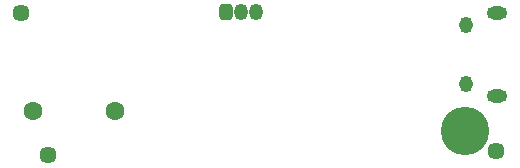
<source format=gbr>
%TF.GenerationSoftware,KiCad,Pcbnew,(6.0.1-0)*%
%TF.CreationDate,2022-02-13T14:14:42-05:00*%
%TF.ProjectId,usbAudio,75736241-7564-4696-9f2e-6b696361645f,rev?*%
%TF.SameCoordinates,Original*%
%TF.FileFunction,Soldermask,Bot*%
%TF.FilePolarity,Negative*%
%FSLAX46Y46*%
G04 Gerber Fmt 4.6, Leading zero omitted, Abs format (unit mm)*
G04 Created by KiCad (PCBNEW (6.0.1-0)) date 2022-02-13 14:14:42*
%MOMM*%
%LPD*%
G01*
G04 APERTURE LIST*
G04 Aperture macros list*
%AMRoundRect*
0 Rectangle with rounded corners*
0 $1 Rounding radius*
0 $2 $3 $4 $5 $6 $7 $8 $9 X,Y pos of 4 corners*
0 Add a 4 corners polygon primitive as box body*
4,1,4,$2,$3,$4,$5,$6,$7,$8,$9,$2,$3,0*
0 Add four circle primitives for the rounded corners*
1,1,$1+$1,$2,$3*
1,1,$1+$1,$4,$5*
1,1,$1+$1,$6,$7*
1,1,$1+$1,$8,$9*
0 Add four rect primitives between the rounded corners*
20,1,$1+$1,$2,$3,$4,$5,0*
20,1,$1+$1,$4,$5,$6,$7,0*
20,1,$1+$1,$6,$7,$8,$9,0*
20,1,$1+$1,$8,$9,$2,$3,0*%
G04 Aperture macros list end*
%ADD10O,1.752600X1.117600*%
%ADD11O,1.117600X1.397000*%
%ADD12C,1.601600*%
%ADD13RoundRect,0.300700X-0.275100X-0.400100X0.275100X-0.400100X0.275100X0.400100X-0.275100X0.400100X0*%
%ADD14O,1.151600X1.401600*%
%ADD15C,1.448000*%
%ADD16C,4.101600*%
G04 APERTURE END LIST*
D10*
%TO.C,J1*%
X97137601Y-81168600D03*
X97137601Y-74168599D03*
D11*
X94462600Y-80168600D03*
X94462600Y-75168600D03*
%TD*%
D12*
%TO.C,J3*%
X57800000Y-82423000D03*
X64800000Y-82423000D03*
%TD*%
D13*
%TO.C,J2*%
X74130000Y-74028400D03*
D14*
X75400000Y-74028400D03*
X76670000Y-74028400D03*
%TD*%
D15*
%TO.C,ALIGN2*%
X59100000Y-86200000D03*
%TD*%
%TO.C,REF\u002A\u002A*%
X56800000Y-74100000D03*
%TD*%
D16*
%TO.C,REF\u002A\u002A*%
X94400000Y-84150000D03*
%TD*%
D15*
%TO.C,ALIGN1*%
X97050000Y-85850000D03*
%TD*%
M02*

</source>
